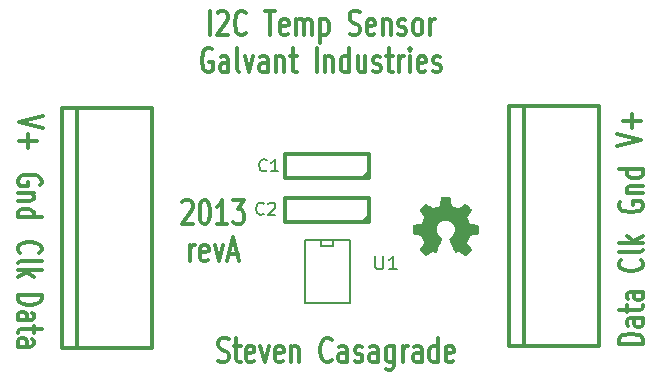
<source format=gto>
G04 (created by PCBNEW (2012-nov-02)-testing) date Wed 06 Feb 2013 11:23:47 PM EST*
%MOIN*%
G04 Gerber Fmt 3.4, Leading zero omitted, Abs format*
%FSLAX34Y34*%
G01*
G70*
G90*
G04 APERTURE LIST*
%ADD10C,2.3622e-06*%
%ADD11C,0.012*%
%ADD12C,0.0001*%
%ADD13C,0.005*%
%ADD14C,0.008*%
%ADD15C,0.006*%
G04 APERTURE END LIST*
G54D10*
G54D11*
X77371Y-69250D02*
X77399Y-69211D01*
X77457Y-69173D01*
X77599Y-69173D01*
X77657Y-69211D01*
X77685Y-69250D01*
X77714Y-69326D01*
X77714Y-69402D01*
X77685Y-69516D01*
X77342Y-69973D01*
X77714Y-69973D01*
X78085Y-69173D02*
X78142Y-69173D01*
X78200Y-69211D01*
X78228Y-69250D01*
X78257Y-69326D01*
X78285Y-69478D01*
X78285Y-69669D01*
X78257Y-69821D01*
X78228Y-69897D01*
X78200Y-69935D01*
X78142Y-69973D01*
X78085Y-69973D01*
X78028Y-69935D01*
X78000Y-69897D01*
X77971Y-69821D01*
X77942Y-69669D01*
X77942Y-69478D01*
X77971Y-69326D01*
X78000Y-69250D01*
X78028Y-69211D01*
X78085Y-69173D01*
X78857Y-69973D02*
X78514Y-69973D01*
X78685Y-69973D02*
X78685Y-69173D01*
X78628Y-69288D01*
X78571Y-69364D01*
X78514Y-69402D01*
X79057Y-69173D02*
X79428Y-69173D01*
X79228Y-69478D01*
X79314Y-69478D01*
X79371Y-69516D01*
X79400Y-69554D01*
X79428Y-69630D01*
X79428Y-69821D01*
X79400Y-69897D01*
X79371Y-69935D01*
X79314Y-69973D01*
X79142Y-69973D01*
X79085Y-69935D01*
X79057Y-69897D01*
X77614Y-71213D02*
X77614Y-70680D01*
X77614Y-70832D02*
X77642Y-70756D01*
X77671Y-70718D01*
X77728Y-70680D01*
X77785Y-70680D01*
X78214Y-71175D02*
X78157Y-71213D01*
X78042Y-71213D01*
X77985Y-71175D01*
X77957Y-71099D01*
X77957Y-70794D01*
X77985Y-70718D01*
X78042Y-70680D01*
X78157Y-70680D01*
X78214Y-70718D01*
X78242Y-70794D01*
X78242Y-70870D01*
X77957Y-70947D01*
X78442Y-70680D02*
X78585Y-71213D01*
X78728Y-70680D01*
X78928Y-70985D02*
X79214Y-70985D01*
X78871Y-71213D02*
X79071Y-70413D01*
X79271Y-71213D01*
X78571Y-74535D02*
X78657Y-74573D01*
X78800Y-74573D01*
X78857Y-74535D01*
X78885Y-74497D01*
X78914Y-74421D01*
X78914Y-74345D01*
X78885Y-74269D01*
X78857Y-74230D01*
X78800Y-74192D01*
X78685Y-74154D01*
X78628Y-74116D01*
X78600Y-74078D01*
X78571Y-74002D01*
X78571Y-73926D01*
X78600Y-73850D01*
X78628Y-73811D01*
X78685Y-73773D01*
X78828Y-73773D01*
X78914Y-73811D01*
X79085Y-74040D02*
X79314Y-74040D01*
X79171Y-73773D02*
X79171Y-74459D01*
X79200Y-74535D01*
X79257Y-74573D01*
X79314Y-74573D01*
X79742Y-74535D02*
X79685Y-74573D01*
X79571Y-74573D01*
X79514Y-74535D01*
X79485Y-74459D01*
X79485Y-74154D01*
X79514Y-74078D01*
X79571Y-74040D01*
X79685Y-74040D01*
X79742Y-74078D01*
X79771Y-74154D01*
X79771Y-74230D01*
X79485Y-74307D01*
X79971Y-74040D02*
X80114Y-74573D01*
X80257Y-74040D01*
X80714Y-74535D02*
X80657Y-74573D01*
X80542Y-74573D01*
X80485Y-74535D01*
X80457Y-74459D01*
X80457Y-74154D01*
X80485Y-74078D01*
X80542Y-74040D01*
X80657Y-74040D01*
X80714Y-74078D01*
X80742Y-74154D01*
X80742Y-74230D01*
X80457Y-74307D01*
X81000Y-74040D02*
X81000Y-74573D01*
X81000Y-74116D02*
X81028Y-74078D01*
X81085Y-74040D01*
X81171Y-74040D01*
X81228Y-74078D01*
X81257Y-74154D01*
X81257Y-74573D01*
X82342Y-74497D02*
X82314Y-74535D01*
X82228Y-74573D01*
X82171Y-74573D01*
X82085Y-74535D01*
X82028Y-74459D01*
X82000Y-74383D01*
X81971Y-74230D01*
X81971Y-74116D01*
X82000Y-73964D01*
X82028Y-73888D01*
X82085Y-73811D01*
X82171Y-73773D01*
X82228Y-73773D01*
X82314Y-73811D01*
X82342Y-73850D01*
X82857Y-74573D02*
X82857Y-74154D01*
X82828Y-74078D01*
X82771Y-74040D01*
X82657Y-74040D01*
X82600Y-74078D01*
X82857Y-74535D02*
X82800Y-74573D01*
X82657Y-74573D01*
X82600Y-74535D01*
X82571Y-74459D01*
X82571Y-74383D01*
X82600Y-74307D01*
X82657Y-74269D01*
X82800Y-74269D01*
X82857Y-74230D01*
X83114Y-74535D02*
X83171Y-74573D01*
X83285Y-74573D01*
X83342Y-74535D01*
X83371Y-74459D01*
X83371Y-74421D01*
X83342Y-74345D01*
X83285Y-74307D01*
X83200Y-74307D01*
X83142Y-74269D01*
X83114Y-74192D01*
X83114Y-74154D01*
X83142Y-74078D01*
X83200Y-74040D01*
X83285Y-74040D01*
X83342Y-74078D01*
X83885Y-74573D02*
X83885Y-74154D01*
X83857Y-74078D01*
X83800Y-74040D01*
X83685Y-74040D01*
X83628Y-74078D01*
X83885Y-74535D02*
X83828Y-74573D01*
X83685Y-74573D01*
X83628Y-74535D01*
X83600Y-74459D01*
X83600Y-74383D01*
X83628Y-74307D01*
X83685Y-74269D01*
X83828Y-74269D01*
X83885Y-74230D01*
X84428Y-74040D02*
X84428Y-74688D01*
X84400Y-74764D01*
X84371Y-74802D01*
X84314Y-74840D01*
X84228Y-74840D01*
X84171Y-74802D01*
X84428Y-74535D02*
X84371Y-74573D01*
X84257Y-74573D01*
X84200Y-74535D01*
X84171Y-74497D01*
X84142Y-74421D01*
X84142Y-74192D01*
X84171Y-74116D01*
X84200Y-74078D01*
X84257Y-74040D01*
X84371Y-74040D01*
X84428Y-74078D01*
X84714Y-74573D02*
X84714Y-74040D01*
X84714Y-74192D02*
X84742Y-74116D01*
X84771Y-74078D01*
X84828Y-74040D01*
X84885Y-74040D01*
X85342Y-74573D02*
X85342Y-74154D01*
X85314Y-74078D01*
X85257Y-74040D01*
X85142Y-74040D01*
X85085Y-74078D01*
X85342Y-74535D02*
X85285Y-74573D01*
X85142Y-74573D01*
X85085Y-74535D01*
X85057Y-74459D01*
X85057Y-74383D01*
X85085Y-74307D01*
X85142Y-74269D01*
X85285Y-74269D01*
X85342Y-74230D01*
X85885Y-74573D02*
X85885Y-73773D01*
X85885Y-74535D02*
X85828Y-74573D01*
X85714Y-74573D01*
X85657Y-74535D01*
X85628Y-74497D01*
X85600Y-74421D01*
X85600Y-74192D01*
X85628Y-74116D01*
X85657Y-74078D01*
X85714Y-74040D01*
X85828Y-74040D01*
X85885Y-74078D01*
X86400Y-74535D02*
X86342Y-74573D01*
X86228Y-74573D01*
X86171Y-74535D01*
X86142Y-74459D01*
X86142Y-74154D01*
X86171Y-74078D01*
X86228Y-74040D01*
X86342Y-74040D01*
X86400Y-74078D01*
X86428Y-74154D01*
X86428Y-74230D01*
X86142Y-74307D01*
X78285Y-63673D02*
X78285Y-62873D01*
X78542Y-62950D02*
X78571Y-62911D01*
X78628Y-62873D01*
X78771Y-62873D01*
X78828Y-62911D01*
X78857Y-62950D01*
X78885Y-63026D01*
X78885Y-63102D01*
X78857Y-63216D01*
X78514Y-63673D01*
X78885Y-63673D01*
X79485Y-63597D02*
X79457Y-63635D01*
X79371Y-63673D01*
X79314Y-63673D01*
X79228Y-63635D01*
X79171Y-63559D01*
X79142Y-63483D01*
X79114Y-63330D01*
X79114Y-63216D01*
X79142Y-63064D01*
X79171Y-62988D01*
X79228Y-62911D01*
X79314Y-62873D01*
X79371Y-62873D01*
X79457Y-62911D01*
X79485Y-62950D01*
X80114Y-62873D02*
X80457Y-62873D01*
X80285Y-63673D02*
X80285Y-62873D01*
X80885Y-63635D02*
X80828Y-63673D01*
X80714Y-63673D01*
X80657Y-63635D01*
X80628Y-63559D01*
X80628Y-63254D01*
X80657Y-63178D01*
X80714Y-63140D01*
X80828Y-63140D01*
X80885Y-63178D01*
X80914Y-63254D01*
X80914Y-63330D01*
X80628Y-63407D01*
X81171Y-63673D02*
X81171Y-63140D01*
X81171Y-63216D02*
X81200Y-63178D01*
X81257Y-63140D01*
X81342Y-63140D01*
X81400Y-63178D01*
X81428Y-63254D01*
X81428Y-63673D01*
X81428Y-63254D02*
X81457Y-63178D01*
X81514Y-63140D01*
X81600Y-63140D01*
X81657Y-63178D01*
X81685Y-63254D01*
X81685Y-63673D01*
X81971Y-63140D02*
X81971Y-63940D01*
X81971Y-63178D02*
X82028Y-63140D01*
X82142Y-63140D01*
X82200Y-63178D01*
X82228Y-63216D01*
X82257Y-63292D01*
X82257Y-63521D01*
X82228Y-63597D01*
X82200Y-63635D01*
X82142Y-63673D01*
X82028Y-63673D01*
X81971Y-63635D01*
X82942Y-63635D02*
X83028Y-63673D01*
X83171Y-63673D01*
X83228Y-63635D01*
X83257Y-63597D01*
X83285Y-63521D01*
X83285Y-63445D01*
X83257Y-63369D01*
X83228Y-63330D01*
X83171Y-63292D01*
X83057Y-63254D01*
X83000Y-63216D01*
X82971Y-63178D01*
X82942Y-63102D01*
X82942Y-63026D01*
X82971Y-62950D01*
X83000Y-62911D01*
X83057Y-62873D01*
X83200Y-62873D01*
X83285Y-62911D01*
X83771Y-63635D02*
X83714Y-63673D01*
X83600Y-63673D01*
X83542Y-63635D01*
X83514Y-63559D01*
X83514Y-63254D01*
X83542Y-63178D01*
X83600Y-63140D01*
X83714Y-63140D01*
X83771Y-63178D01*
X83800Y-63254D01*
X83800Y-63330D01*
X83514Y-63407D01*
X84057Y-63140D02*
X84057Y-63673D01*
X84057Y-63216D02*
X84085Y-63178D01*
X84142Y-63140D01*
X84228Y-63140D01*
X84285Y-63178D01*
X84314Y-63254D01*
X84314Y-63673D01*
X84571Y-63635D02*
X84628Y-63673D01*
X84742Y-63673D01*
X84800Y-63635D01*
X84828Y-63559D01*
X84828Y-63521D01*
X84800Y-63445D01*
X84742Y-63407D01*
X84657Y-63407D01*
X84600Y-63369D01*
X84571Y-63292D01*
X84571Y-63254D01*
X84600Y-63178D01*
X84657Y-63140D01*
X84742Y-63140D01*
X84800Y-63178D01*
X85171Y-63673D02*
X85114Y-63635D01*
X85085Y-63597D01*
X85057Y-63521D01*
X85057Y-63292D01*
X85085Y-63216D01*
X85114Y-63178D01*
X85171Y-63140D01*
X85257Y-63140D01*
X85314Y-63178D01*
X85342Y-63216D01*
X85371Y-63292D01*
X85371Y-63521D01*
X85342Y-63597D01*
X85314Y-63635D01*
X85257Y-63673D01*
X85171Y-63673D01*
X85628Y-63673D02*
X85628Y-63140D01*
X85628Y-63292D02*
X85657Y-63216D01*
X85685Y-63178D01*
X85742Y-63140D01*
X85800Y-63140D01*
X78357Y-64151D02*
X78300Y-64113D01*
X78214Y-64113D01*
X78128Y-64151D01*
X78071Y-64228D01*
X78042Y-64304D01*
X78014Y-64456D01*
X78014Y-64570D01*
X78042Y-64723D01*
X78071Y-64799D01*
X78128Y-64875D01*
X78214Y-64913D01*
X78271Y-64913D01*
X78357Y-64875D01*
X78385Y-64837D01*
X78385Y-64570D01*
X78271Y-64570D01*
X78900Y-64913D02*
X78900Y-64494D01*
X78871Y-64418D01*
X78814Y-64380D01*
X78700Y-64380D01*
X78642Y-64418D01*
X78900Y-64875D02*
X78842Y-64913D01*
X78700Y-64913D01*
X78642Y-64875D01*
X78614Y-64799D01*
X78614Y-64723D01*
X78642Y-64647D01*
X78700Y-64609D01*
X78842Y-64609D01*
X78900Y-64570D01*
X79271Y-64913D02*
X79214Y-64875D01*
X79185Y-64799D01*
X79185Y-64113D01*
X79442Y-64380D02*
X79585Y-64913D01*
X79728Y-64380D01*
X80214Y-64913D02*
X80214Y-64494D01*
X80185Y-64418D01*
X80128Y-64380D01*
X80014Y-64380D01*
X79957Y-64418D01*
X80214Y-64875D02*
X80157Y-64913D01*
X80014Y-64913D01*
X79957Y-64875D01*
X79928Y-64799D01*
X79928Y-64723D01*
X79957Y-64647D01*
X80014Y-64609D01*
X80157Y-64609D01*
X80214Y-64570D01*
X80500Y-64380D02*
X80500Y-64913D01*
X80500Y-64456D02*
X80528Y-64418D01*
X80585Y-64380D01*
X80671Y-64380D01*
X80728Y-64418D01*
X80757Y-64494D01*
X80757Y-64913D01*
X80957Y-64380D02*
X81185Y-64380D01*
X81042Y-64113D02*
X81042Y-64799D01*
X81071Y-64875D01*
X81128Y-64913D01*
X81185Y-64913D01*
X81842Y-64913D02*
X81842Y-64113D01*
X82128Y-64380D02*
X82128Y-64913D01*
X82128Y-64456D02*
X82157Y-64418D01*
X82214Y-64380D01*
X82300Y-64380D01*
X82357Y-64418D01*
X82385Y-64494D01*
X82385Y-64913D01*
X82928Y-64913D02*
X82928Y-64113D01*
X82928Y-64875D02*
X82871Y-64913D01*
X82757Y-64913D01*
X82700Y-64875D01*
X82671Y-64837D01*
X82642Y-64761D01*
X82642Y-64532D01*
X82671Y-64456D01*
X82700Y-64418D01*
X82757Y-64380D01*
X82871Y-64380D01*
X82928Y-64418D01*
X83471Y-64380D02*
X83471Y-64913D01*
X83214Y-64380D02*
X83214Y-64799D01*
X83242Y-64875D01*
X83300Y-64913D01*
X83385Y-64913D01*
X83442Y-64875D01*
X83471Y-64837D01*
X83728Y-64875D02*
X83785Y-64913D01*
X83900Y-64913D01*
X83957Y-64875D01*
X83985Y-64799D01*
X83985Y-64761D01*
X83957Y-64685D01*
X83900Y-64647D01*
X83814Y-64647D01*
X83757Y-64609D01*
X83728Y-64532D01*
X83728Y-64494D01*
X83757Y-64418D01*
X83814Y-64380D01*
X83900Y-64380D01*
X83957Y-64418D01*
X84157Y-64380D02*
X84385Y-64380D01*
X84242Y-64113D02*
X84242Y-64799D01*
X84271Y-64875D01*
X84328Y-64913D01*
X84385Y-64913D01*
X84585Y-64913D02*
X84585Y-64380D01*
X84585Y-64532D02*
X84614Y-64456D01*
X84642Y-64418D01*
X84700Y-64380D01*
X84757Y-64380D01*
X84957Y-64913D02*
X84957Y-64380D01*
X84957Y-64113D02*
X84928Y-64151D01*
X84957Y-64190D01*
X84985Y-64151D01*
X84957Y-64113D01*
X84957Y-64190D01*
X85471Y-64875D02*
X85414Y-64913D01*
X85300Y-64913D01*
X85242Y-64875D01*
X85214Y-64799D01*
X85214Y-64494D01*
X85242Y-64418D01*
X85300Y-64380D01*
X85414Y-64380D01*
X85471Y-64418D01*
X85500Y-64494D01*
X85500Y-64570D01*
X85214Y-64647D01*
X85728Y-64875D02*
X85785Y-64913D01*
X85900Y-64913D01*
X85957Y-64875D01*
X85985Y-64799D01*
X85985Y-64761D01*
X85957Y-64685D01*
X85900Y-64647D01*
X85814Y-64647D01*
X85757Y-64609D01*
X85728Y-64532D01*
X85728Y-64494D01*
X85757Y-64418D01*
X85814Y-64380D01*
X85900Y-64380D01*
X85957Y-64418D01*
X72726Y-66378D02*
X71926Y-66578D01*
X72726Y-66778D01*
X72230Y-66978D02*
X72230Y-67435D01*
X71926Y-67207D02*
X72535Y-67207D01*
X71952Y-70935D02*
X71914Y-70907D01*
X71876Y-70821D01*
X71876Y-70764D01*
X71914Y-70678D01*
X71990Y-70621D01*
X72066Y-70592D01*
X72219Y-70564D01*
X72333Y-70564D01*
X72485Y-70592D01*
X72561Y-70621D01*
X72638Y-70678D01*
X72676Y-70764D01*
X72676Y-70821D01*
X72638Y-70907D01*
X72600Y-70935D01*
X71876Y-71278D02*
X71914Y-71221D01*
X71990Y-71192D01*
X72676Y-71192D01*
X71876Y-71507D02*
X72676Y-71507D01*
X72180Y-71564D02*
X71876Y-71735D01*
X72409Y-71735D02*
X72104Y-71507D01*
X71876Y-72328D02*
X72676Y-72328D01*
X72676Y-72471D01*
X72638Y-72557D01*
X72561Y-72614D01*
X72485Y-72642D01*
X72333Y-72671D01*
X72219Y-72671D01*
X72066Y-72642D01*
X71990Y-72614D01*
X71914Y-72557D01*
X71876Y-72471D01*
X71876Y-72328D01*
X71876Y-73185D02*
X72295Y-73185D01*
X72371Y-73157D01*
X72409Y-73100D01*
X72409Y-72985D01*
X72371Y-72928D01*
X71914Y-73185D02*
X71876Y-73128D01*
X71876Y-72985D01*
X71914Y-72928D01*
X71990Y-72900D01*
X72066Y-72900D01*
X72142Y-72928D01*
X72180Y-72985D01*
X72180Y-73128D01*
X72219Y-73185D01*
X72409Y-73385D02*
X72409Y-73614D01*
X72676Y-73471D02*
X71990Y-73471D01*
X71914Y-73500D01*
X71876Y-73557D01*
X71876Y-73614D01*
X71876Y-74071D02*
X72295Y-74071D01*
X72371Y-74042D01*
X72409Y-73985D01*
X72409Y-73871D01*
X72371Y-73814D01*
X71914Y-74071D02*
X71876Y-74014D01*
X71876Y-73871D01*
X71914Y-73814D01*
X71990Y-73785D01*
X72066Y-73785D01*
X72142Y-73814D01*
X72180Y-73871D01*
X72180Y-74014D01*
X72219Y-74071D01*
X72638Y-68664D02*
X72676Y-68607D01*
X72676Y-68521D01*
X72638Y-68435D01*
X72561Y-68378D01*
X72485Y-68350D01*
X72333Y-68321D01*
X72219Y-68321D01*
X72066Y-68350D01*
X71990Y-68378D01*
X71914Y-68435D01*
X71876Y-68521D01*
X71876Y-68578D01*
X71914Y-68664D01*
X71952Y-68692D01*
X72219Y-68692D01*
X72219Y-68578D01*
X72409Y-68950D02*
X71876Y-68950D01*
X72333Y-68950D02*
X72371Y-68978D01*
X72409Y-69035D01*
X72409Y-69121D01*
X72371Y-69178D01*
X72295Y-69207D01*
X71876Y-69207D01*
X71876Y-69750D02*
X72676Y-69750D01*
X71914Y-69750D02*
X71876Y-69692D01*
X71876Y-69578D01*
X71914Y-69521D01*
X71952Y-69492D01*
X72028Y-69464D01*
X72257Y-69464D01*
X72333Y-69492D01*
X72371Y-69521D01*
X72409Y-69578D01*
X72409Y-69692D01*
X72371Y-69750D01*
X91961Y-69235D02*
X91923Y-69292D01*
X91923Y-69378D01*
X91961Y-69464D01*
X92038Y-69521D01*
X92114Y-69550D01*
X92266Y-69578D01*
X92380Y-69578D01*
X92533Y-69550D01*
X92609Y-69521D01*
X92685Y-69464D01*
X92723Y-69378D01*
X92723Y-69321D01*
X92685Y-69235D01*
X92647Y-69207D01*
X92380Y-69207D01*
X92380Y-69321D01*
X92190Y-68950D02*
X92723Y-68950D01*
X92266Y-68950D02*
X92228Y-68921D01*
X92190Y-68864D01*
X92190Y-68778D01*
X92228Y-68721D01*
X92304Y-68692D01*
X92723Y-68692D01*
X92723Y-68150D02*
X91923Y-68150D01*
X92685Y-68150D02*
X92723Y-68207D01*
X92723Y-68321D01*
X92685Y-68378D01*
X92647Y-68407D01*
X92571Y-68435D01*
X92342Y-68435D01*
X92266Y-68407D01*
X92228Y-68378D01*
X92190Y-68321D01*
X92190Y-68207D01*
X92228Y-68150D01*
X92723Y-73971D02*
X91923Y-73971D01*
X91923Y-73828D01*
X91961Y-73742D01*
X92038Y-73685D01*
X92114Y-73657D01*
X92266Y-73628D01*
X92380Y-73628D01*
X92533Y-73657D01*
X92609Y-73685D01*
X92685Y-73742D01*
X92723Y-73828D01*
X92723Y-73971D01*
X92723Y-73114D02*
X92304Y-73114D01*
X92228Y-73142D01*
X92190Y-73199D01*
X92190Y-73314D01*
X92228Y-73371D01*
X92685Y-73114D02*
X92723Y-73171D01*
X92723Y-73314D01*
X92685Y-73371D01*
X92609Y-73399D01*
X92533Y-73399D01*
X92457Y-73371D01*
X92419Y-73314D01*
X92419Y-73171D01*
X92380Y-73114D01*
X92190Y-72914D02*
X92190Y-72685D01*
X91923Y-72828D02*
X92609Y-72828D01*
X92685Y-72799D01*
X92723Y-72742D01*
X92723Y-72685D01*
X92723Y-72228D02*
X92304Y-72228D01*
X92228Y-72257D01*
X92190Y-72314D01*
X92190Y-72428D01*
X92228Y-72485D01*
X92685Y-72228D02*
X92723Y-72285D01*
X92723Y-72428D01*
X92685Y-72485D01*
X92609Y-72514D01*
X92533Y-72514D01*
X92457Y-72485D01*
X92419Y-72428D01*
X92419Y-72285D01*
X92380Y-72228D01*
X92647Y-71164D02*
X92685Y-71192D01*
X92723Y-71278D01*
X92723Y-71335D01*
X92685Y-71421D01*
X92609Y-71478D01*
X92533Y-71507D01*
X92380Y-71535D01*
X92266Y-71535D01*
X92114Y-71507D01*
X92038Y-71478D01*
X91961Y-71421D01*
X91923Y-71335D01*
X91923Y-71278D01*
X91961Y-71192D01*
X92000Y-71164D01*
X92723Y-70821D02*
X92685Y-70878D01*
X92609Y-70907D01*
X91923Y-70907D01*
X92723Y-70592D02*
X91923Y-70592D01*
X92419Y-70535D02*
X92723Y-70364D01*
X92190Y-70364D02*
X92495Y-70592D01*
X91873Y-67371D02*
X92673Y-67171D01*
X91873Y-66971D01*
X92369Y-66771D02*
X92369Y-66314D01*
X92673Y-66542D02*
X92064Y-66542D01*
G54D12*
G36*
X85486Y-71034D02*
X85498Y-71028D01*
X85523Y-71012D01*
X85560Y-70988D01*
X85603Y-70959D01*
X85647Y-70929D01*
X85682Y-70905D01*
X85707Y-70889D01*
X85718Y-70884D01*
X85723Y-70886D01*
X85744Y-70896D01*
X85774Y-70911D01*
X85791Y-70920D01*
X85819Y-70932D01*
X85832Y-70934D01*
X85835Y-70931D01*
X85845Y-70910D01*
X85860Y-70874D01*
X85881Y-70826D01*
X85905Y-70771D01*
X85930Y-70711D01*
X85956Y-70650D01*
X85980Y-70591D01*
X86001Y-70539D01*
X86018Y-70496D01*
X86030Y-70467D01*
X86034Y-70454D01*
X86033Y-70451D01*
X86019Y-70438D01*
X85995Y-70420D01*
X85943Y-70378D01*
X85892Y-70314D01*
X85861Y-70241D01*
X85850Y-70161D01*
X85859Y-70086D01*
X85889Y-70014D01*
X85939Y-69950D01*
X85999Y-69902D01*
X86070Y-69871D01*
X86150Y-69862D01*
X86226Y-69870D01*
X86299Y-69899D01*
X86364Y-69948D01*
X86391Y-69980D01*
X86429Y-70045D01*
X86450Y-70115D01*
X86453Y-70133D01*
X86449Y-70210D01*
X86427Y-70283D01*
X86386Y-70349D01*
X86330Y-70403D01*
X86323Y-70409D01*
X86296Y-70428D01*
X86279Y-70442D01*
X86265Y-70453D01*
X86363Y-70689D01*
X86379Y-70726D01*
X86406Y-70791D01*
X86429Y-70846D01*
X86448Y-70890D01*
X86461Y-70920D01*
X86467Y-70932D01*
X86468Y-70932D01*
X86476Y-70934D01*
X86494Y-70927D01*
X86527Y-70911D01*
X86549Y-70900D01*
X86574Y-70888D01*
X86585Y-70884D01*
X86595Y-70889D01*
X86619Y-70904D01*
X86654Y-70928D01*
X86696Y-70957D01*
X86736Y-70984D01*
X86773Y-71008D01*
X86800Y-71025D01*
X86813Y-71032D01*
X86815Y-71032D01*
X86827Y-71026D01*
X86848Y-71008D01*
X86880Y-70978D01*
X86926Y-70933D01*
X86933Y-70926D01*
X86970Y-70888D01*
X87000Y-70856D01*
X87021Y-70834D01*
X87028Y-70823D01*
X87028Y-70823D01*
X87021Y-70810D01*
X87004Y-70784D01*
X86980Y-70746D01*
X86950Y-70702D01*
X86872Y-70589D01*
X86915Y-70482D01*
X86928Y-70449D01*
X86945Y-70409D01*
X86957Y-70381D01*
X86963Y-70368D01*
X86975Y-70364D01*
X87004Y-70357D01*
X87047Y-70348D01*
X87098Y-70339D01*
X87146Y-70330D01*
X87189Y-70322D01*
X87221Y-70316D01*
X87235Y-70313D01*
X87239Y-70311D01*
X87241Y-70304D01*
X87243Y-70289D01*
X87244Y-70263D01*
X87245Y-70221D01*
X87245Y-70161D01*
X87245Y-70154D01*
X87244Y-70096D01*
X87243Y-70051D01*
X87242Y-70021D01*
X87240Y-70009D01*
X87240Y-70009D01*
X87226Y-70006D01*
X87195Y-69999D01*
X87152Y-69991D01*
X87100Y-69981D01*
X87096Y-69980D01*
X87045Y-69970D01*
X87001Y-69961D01*
X86971Y-69954D01*
X86958Y-69950D01*
X86955Y-69946D01*
X86945Y-69926D01*
X86930Y-69894D01*
X86913Y-69855D01*
X86896Y-69814D01*
X86881Y-69778D01*
X86871Y-69750D01*
X86868Y-69738D01*
X86869Y-69738D01*
X86876Y-69725D01*
X86894Y-69698D01*
X86919Y-69661D01*
X86950Y-69617D01*
X86952Y-69614D01*
X86982Y-69570D01*
X87006Y-69533D01*
X87022Y-69506D01*
X87028Y-69494D01*
X87028Y-69494D01*
X87018Y-69481D01*
X86996Y-69456D01*
X86964Y-69422D01*
X86925Y-69384D01*
X86913Y-69372D01*
X86871Y-69330D01*
X86841Y-69303D01*
X86823Y-69288D01*
X86814Y-69285D01*
X86813Y-69285D01*
X86800Y-69293D01*
X86773Y-69311D01*
X86735Y-69337D01*
X86691Y-69367D01*
X86688Y-69369D01*
X86644Y-69399D01*
X86607Y-69424D01*
X86581Y-69441D01*
X86570Y-69448D01*
X86568Y-69448D01*
X86550Y-69442D01*
X86519Y-69431D01*
X86481Y-69417D01*
X86440Y-69400D01*
X86404Y-69385D01*
X86376Y-69372D01*
X86363Y-69365D01*
X86363Y-69364D01*
X86358Y-69349D01*
X86350Y-69316D01*
X86341Y-69271D01*
X86331Y-69217D01*
X86329Y-69208D01*
X86319Y-69156D01*
X86311Y-69113D01*
X86305Y-69083D01*
X86302Y-69071D01*
X86294Y-69069D01*
X86269Y-69067D01*
X86230Y-69066D01*
X86183Y-69066D01*
X86134Y-69066D01*
X86085Y-69067D01*
X86044Y-69069D01*
X86014Y-69071D01*
X86002Y-69073D01*
X86002Y-69074D01*
X85997Y-69090D01*
X85990Y-69123D01*
X85981Y-69168D01*
X85970Y-69222D01*
X85968Y-69232D01*
X85959Y-69284D01*
X85950Y-69326D01*
X85944Y-69356D01*
X85940Y-69367D01*
X85936Y-69370D01*
X85914Y-69379D01*
X85879Y-69394D01*
X85836Y-69411D01*
X85736Y-69452D01*
X85613Y-69367D01*
X85601Y-69360D01*
X85557Y-69330D01*
X85521Y-69305D01*
X85496Y-69289D01*
X85485Y-69283D01*
X85484Y-69284D01*
X85472Y-69294D01*
X85448Y-69317D01*
X85414Y-69350D01*
X85376Y-69388D01*
X85347Y-69417D01*
X85313Y-69451D01*
X85292Y-69474D01*
X85280Y-69489D01*
X85276Y-69498D01*
X85277Y-69504D01*
X85285Y-69517D01*
X85303Y-69544D01*
X85328Y-69581D01*
X85358Y-69625D01*
X85383Y-69661D01*
X85409Y-69702D01*
X85427Y-69732D01*
X85433Y-69746D01*
X85431Y-69752D01*
X85423Y-69776D01*
X85408Y-69813D01*
X85390Y-69856D01*
X85347Y-69953D01*
X85283Y-69966D01*
X85244Y-69973D01*
X85190Y-69983D01*
X85139Y-69993D01*
X85058Y-70009D01*
X85055Y-70305D01*
X85067Y-70311D01*
X85079Y-70314D01*
X85109Y-70321D01*
X85152Y-70329D01*
X85202Y-70339D01*
X85245Y-70347D01*
X85289Y-70355D01*
X85320Y-70361D01*
X85334Y-70364D01*
X85337Y-70368D01*
X85348Y-70389D01*
X85363Y-70423D01*
X85380Y-70463D01*
X85398Y-70504D01*
X85413Y-70543D01*
X85424Y-70572D01*
X85428Y-70587D01*
X85422Y-70598D01*
X85405Y-70624D01*
X85381Y-70660D01*
X85352Y-70703D01*
X85323Y-70746D01*
X85298Y-70783D01*
X85281Y-70809D01*
X85273Y-70821D01*
X85277Y-70830D01*
X85294Y-70850D01*
X85327Y-70884D01*
X85375Y-70932D01*
X85383Y-70939D01*
X85421Y-70976D01*
X85454Y-71006D01*
X85476Y-71026D01*
X85486Y-71034D01*
X85486Y-71034D01*
G37*
G54D11*
X83600Y-69900D02*
X80800Y-69900D01*
X80800Y-69900D02*
X80800Y-69100D01*
X80800Y-69100D02*
X83600Y-69100D01*
X83600Y-69100D02*
X83600Y-69900D01*
X83600Y-69700D02*
X83400Y-69900D01*
X83600Y-68450D02*
X80800Y-68450D01*
X80800Y-68450D02*
X80800Y-67650D01*
X80800Y-67650D02*
X83600Y-67650D01*
X83600Y-67650D02*
X83600Y-68450D01*
X83600Y-68250D02*
X83400Y-68450D01*
G54D13*
X81500Y-70500D02*
X81450Y-70500D01*
X81450Y-70500D02*
X81450Y-72600D01*
X82950Y-72600D02*
X82950Y-70500D01*
X82950Y-70500D02*
X81500Y-70500D01*
X82400Y-70500D02*
X82400Y-70700D01*
X82400Y-70700D02*
X82000Y-70700D01*
X82000Y-70700D02*
X82000Y-70500D01*
X82950Y-72600D02*
X81450Y-72600D01*
G54D11*
X76350Y-66100D02*
X73350Y-66100D01*
X73350Y-74100D02*
X76350Y-74100D01*
X73850Y-74100D02*
X73850Y-66100D01*
X76350Y-66100D02*
X76350Y-74100D01*
X73350Y-66100D02*
X73350Y-74100D01*
X91250Y-66050D02*
X88250Y-66050D01*
X88250Y-74050D02*
X91250Y-74050D01*
X88750Y-74050D02*
X88750Y-66050D01*
X91250Y-66050D02*
X91250Y-74050D01*
X88250Y-66050D02*
X88250Y-74050D01*
G54D14*
X80083Y-69623D02*
X80064Y-69642D01*
X80007Y-69661D01*
X79969Y-69661D01*
X79911Y-69642D01*
X79873Y-69604D01*
X79854Y-69566D01*
X79835Y-69490D01*
X79835Y-69433D01*
X79854Y-69357D01*
X79873Y-69319D01*
X79911Y-69280D01*
X79969Y-69261D01*
X80007Y-69261D01*
X80064Y-69280D01*
X80083Y-69300D01*
X80235Y-69300D02*
X80254Y-69280D01*
X80292Y-69261D01*
X80388Y-69261D01*
X80426Y-69280D01*
X80445Y-69300D01*
X80464Y-69338D01*
X80464Y-69376D01*
X80445Y-69433D01*
X80216Y-69661D01*
X80464Y-69661D01*
X80183Y-68173D02*
X80164Y-68192D01*
X80107Y-68211D01*
X80069Y-68211D01*
X80011Y-68192D01*
X79973Y-68154D01*
X79954Y-68116D01*
X79935Y-68040D01*
X79935Y-67983D01*
X79954Y-67907D01*
X79973Y-67869D01*
X80011Y-67830D01*
X80069Y-67811D01*
X80107Y-67811D01*
X80164Y-67830D01*
X80183Y-67850D01*
X80564Y-68211D02*
X80335Y-68211D01*
X80450Y-68211D02*
X80450Y-67811D01*
X80411Y-67869D01*
X80373Y-67907D01*
X80335Y-67926D01*
G54D15*
X83807Y-71032D02*
X83807Y-71396D01*
X83828Y-71439D01*
X83850Y-71460D01*
X83892Y-71482D01*
X83978Y-71482D01*
X84021Y-71460D01*
X84042Y-71439D01*
X84064Y-71396D01*
X84064Y-71032D01*
X84514Y-71482D02*
X84257Y-71482D01*
X84385Y-71482D02*
X84385Y-71032D01*
X84342Y-71096D01*
X84300Y-71139D01*
X84257Y-71160D01*
M02*

</source>
